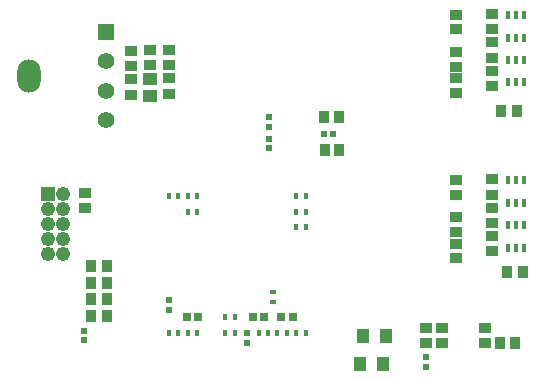
<source format=gbs>
G04*
G04 #@! TF.GenerationSoftware,Altium Limited,Altium Designer,24.4.1 (13)*
G04*
G04 Layer_Color=16711935*
%FSLAX44Y44*%
%MOMM*%
G71*
G04*
G04 #@! TF.SameCoordinates,6757478C-E6A1-41AE-BC66-293F91E3D7AC*
G04*
G04*
G04 #@! TF.FilePolarity,Negative*
G04*
G01*
G75*
%ADD40R,0.5200X0.5200*%
%ADD46R,0.5200X0.5200*%
%ADD47R,1.0000X0.8500*%
%ADD48R,1.0000X0.9000*%
%ADD54R,0.9000X1.0000*%
%ADD58R,1.4000X1.4000*%
%ADD59C,1.4000*%
G04:AMPARAMS|DCode=60|XSize=2.8mm|YSize=2mm|CornerRadius=1mm|HoleSize=0mm|Usage=FLASHONLY|Rotation=270.000|XOffset=0mm|YOffset=0mm|HoleType=Round|Shape=RoundedRectangle|*
%AMROUNDEDRECTD60*
21,1,2.8000,0.0000,0,0,270.0*
21,1,0.8000,2.0000,0,0,270.0*
1,1,2.0000,0.0000,-0.4000*
1,1,2.0000,0.0000,0.4000*
1,1,2.0000,0.0000,0.4000*
1,1,2.0000,0.0000,-0.4000*
%
%ADD60ROUNDEDRECTD60*%
%ADD61C,1.2100*%
%ADD62R,1.2100X1.2100*%
%ADD74R,1.0000X1.2500*%
%ADD75R,0.4000X0.8000*%
%ADD77R,0.4000X0.5000*%
%ADD78R,0.7154X0.6725*%
%ADD79R,0.5000X0.4000*%
%ADD80R,1.2000X1.0500*%
%ADD81R,0.9500X1.1000*%
%ADD82R,0.8500X1.0000*%
D40*
X227000Y199000D02*
D03*
Y207000D02*
D03*
X227001Y225001D02*
D03*
Y217001D02*
D03*
X142000Y70000D02*
D03*
Y62000D02*
D03*
X208000Y42000D02*
D03*
Y34000D02*
D03*
X360000Y22000D02*
D03*
Y14000D02*
D03*
X70000Y36250D02*
D03*
Y44250D02*
D03*
D46*
X273000Y211000D02*
D03*
X281000D02*
D03*
D47*
X385000Y159500D02*
D03*
Y172000D02*
D03*
Y128000D02*
D03*
Y140500D02*
D03*
Y118000D02*
D03*
Y105500D02*
D03*
Y312000D02*
D03*
Y299500D02*
D03*
Y245500D02*
D03*
Y258000D02*
D03*
Y280500D02*
D03*
Y268000D02*
D03*
D48*
X110150Y257250D02*
D03*
Y244250D02*
D03*
X110000Y281500D02*
D03*
Y268500D02*
D03*
X126000Y282000D02*
D03*
Y269000D02*
D03*
X142000Y282000D02*
D03*
Y269000D02*
D03*
Y245000D02*
D03*
Y258000D02*
D03*
X416000Y159500D02*
D03*
Y172500D02*
D03*
Y135500D02*
D03*
Y148500D02*
D03*
Y124500D02*
D03*
Y111500D02*
D03*
X416000Y312500D02*
D03*
Y299500D02*
D03*
Y251500D02*
D03*
Y264500D02*
D03*
Y275500D02*
D03*
Y288500D02*
D03*
X71000Y148000D02*
D03*
Y161000D02*
D03*
X360000Y33500D02*
D03*
Y46500D02*
D03*
X373000Y33500D02*
D03*
Y46500D02*
D03*
X410000Y33500D02*
D03*
Y46500D02*
D03*
D54*
X286500Y225000D02*
D03*
X273500D02*
D03*
X422000Y34000D02*
D03*
X435000D02*
D03*
D58*
X89000Y297500D02*
D03*
D59*
Y272500D02*
D03*
Y247500D02*
D03*
Y222500D02*
D03*
D60*
X24000Y260000D02*
D03*
D61*
X52700Y109600D02*
D03*
X40000D02*
D03*
X52700Y122300D02*
D03*
X40000D02*
D03*
X52700Y135000D02*
D03*
X40000D02*
D03*
X52700Y147700D02*
D03*
X40000D02*
D03*
X52700Y160400D02*
D03*
D62*
X40000D02*
D03*
D74*
X303750Y16500D02*
D03*
X323750D02*
D03*
X326250Y39500D02*
D03*
X306250D02*
D03*
D75*
X442500Y171500D02*
D03*
X436000D02*
D03*
X429500D02*
D03*
Y152500D02*
D03*
X436000D02*
D03*
X442500D02*
D03*
Y133500D02*
D03*
X436000D02*
D03*
X429500D02*
D03*
Y114500D02*
D03*
X436000D02*
D03*
X442500D02*
D03*
Y292500D02*
D03*
X436000D02*
D03*
X429500D02*
D03*
Y311500D02*
D03*
X436000D02*
D03*
X442500D02*
D03*
Y254500D02*
D03*
X436000D02*
D03*
X429500D02*
D03*
Y273500D02*
D03*
X436000D02*
D03*
X442500D02*
D03*
D77*
X250000Y158000D02*
D03*
X258000D02*
D03*
X250000Y42000D02*
D03*
X258000D02*
D03*
X158000Y158000D02*
D03*
X166000D02*
D03*
X150000D02*
D03*
X142000D02*
D03*
X158000Y145000D02*
D03*
X166000D02*
D03*
X150000Y42000D02*
D03*
X142000D02*
D03*
X158000D02*
D03*
X166000D02*
D03*
X250000Y132000D02*
D03*
X258000D02*
D03*
X250000Y145000D02*
D03*
X258000D02*
D03*
X218000Y42000D02*
D03*
X226000D02*
D03*
X190000Y56000D02*
D03*
X198000D02*
D03*
X242000Y42000D02*
D03*
X234000D02*
D03*
X198000D02*
D03*
X190000D02*
D03*
D78*
X222786Y56000D02*
D03*
X213214D02*
D03*
X237214D02*
D03*
X246786D02*
D03*
X166786D02*
D03*
X157214D02*
D03*
D79*
X230000Y77000D02*
D03*
Y69000D02*
D03*
D80*
X126000Y257750D02*
D03*
Y243250D02*
D03*
D81*
X89750Y85000D02*
D03*
X76250D02*
D03*
X89750Y57000D02*
D03*
X76250D02*
D03*
X89750Y71000D02*
D03*
X76250D02*
D03*
X441750Y94000D02*
D03*
X428250D02*
D03*
X423250Y230000D02*
D03*
X436750D02*
D03*
X89750Y99000D02*
D03*
X76250D02*
D03*
D82*
X286500Y197000D02*
D03*
X274000D02*
D03*
M02*

</source>
